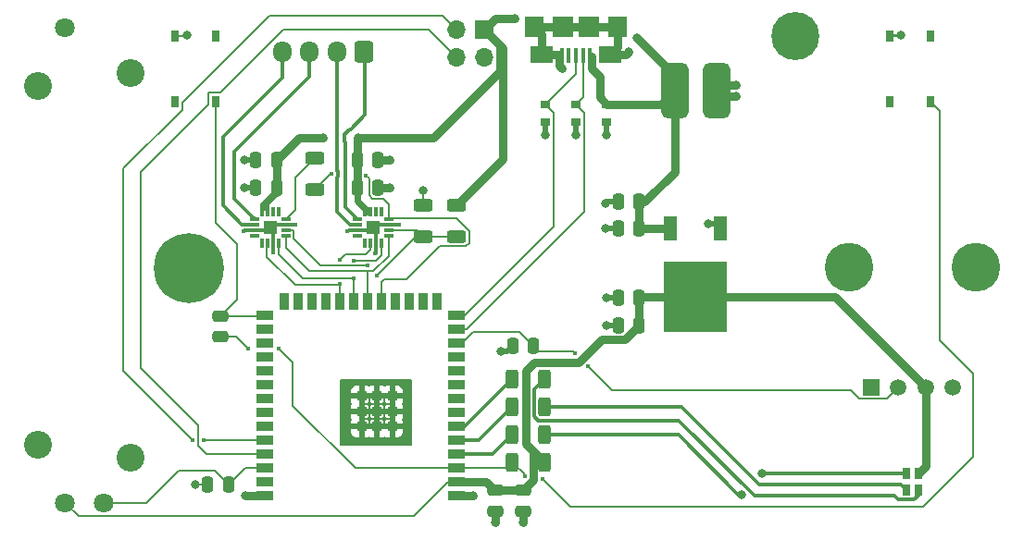
<source format=gtl>
G04 #@! TF.GenerationSoftware,KiCad,Pcbnew,(6.0.9)*
G04 #@! TF.CreationDate,2023-01-08T15:26:06-05:00*
G04 #@! TF.ProjectId,v1-USMX,76312d55-534d-4582-9e6b-696361645f70,rev?*
G04 #@! TF.SameCoordinates,Original*
G04 #@! TF.FileFunction,Copper,L1,Top*
G04 #@! TF.FilePolarity,Positive*
%FSLAX46Y46*%
G04 Gerber Fmt 4.6, Leading zero omitted, Abs format (unit mm)*
G04 Created by KiCad (PCBNEW (6.0.9)) date 2023-01-08 15:26:06*
%MOMM*%
%LPD*%
G01*
G04 APERTURE LIST*
G04 Aperture macros list*
%AMRoundRect*
0 Rectangle with rounded corners*
0 $1 Rounding radius*
0 $2 $3 $4 $5 $6 $7 $8 $9 X,Y pos of 4 corners*
0 Add a 4 corners polygon primitive as box body*
4,1,4,$2,$3,$4,$5,$6,$7,$8,$9,$2,$3,0*
0 Add four circle primitives for the rounded corners*
1,1,$1+$1,$2,$3*
1,1,$1+$1,$4,$5*
1,1,$1+$1,$6,$7*
1,1,$1+$1,$8,$9*
0 Add four rect primitives between the rounded corners*
20,1,$1+$1,$2,$3,$4,$5,0*
20,1,$1+$1,$4,$5,$6,$7,0*
20,1,$1+$1,$6,$7,$8,$9,0*
20,1,$1+$1,$8,$9,$2,$3,0*%
G04 Aperture macros list end*
G04 #@! TA.AperFunction,SMDPad,CuDef*
%ADD10RoundRect,0.250000X0.250000X0.475000X-0.250000X0.475000X-0.250000X-0.475000X0.250000X-0.475000X0*%
G04 #@! TD*
G04 #@! TA.AperFunction,SMDPad,CuDef*
%ADD11RoundRect,0.250000X-0.625000X0.312500X-0.625000X-0.312500X0.625000X-0.312500X0.625000X0.312500X0*%
G04 #@! TD*
G04 #@! TA.AperFunction,SMDPad,CuDef*
%ADD12R,0.400000X1.350000*%
G04 #@! TD*
G04 #@! TA.AperFunction,SMDPad,CuDef*
%ADD13R,2.100000X1.600000*%
G04 #@! TD*
G04 #@! TA.AperFunction,SMDPad,CuDef*
%ADD14R,1.800000X1.900000*%
G04 #@! TD*
G04 #@! TA.AperFunction,SMDPad,CuDef*
%ADD15R,1.900000X1.900000*%
G04 #@! TD*
G04 #@! TA.AperFunction,SMDPad,CuDef*
%ADD16R,0.850000X0.300000*%
G04 #@! TD*
G04 #@! TA.AperFunction,SMDPad,CuDef*
%ADD17R,0.300000X0.850000*%
G04 #@! TD*
G04 #@! TA.AperFunction,SMDPad,CuDef*
%ADD18R,1.250000X1.250000*%
G04 #@! TD*
G04 #@! TA.AperFunction,SMDPad,CuDef*
%ADD19R,1.500000X0.900000*%
G04 #@! TD*
G04 #@! TA.AperFunction,SMDPad,CuDef*
%ADD20R,0.900000X1.500000*%
G04 #@! TD*
G04 #@! TA.AperFunction,SMDPad,CuDef*
%ADD21R,0.900000X0.900000*%
G04 #@! TD*
G04 #@! TA.AperFunction,SMDPad,CuDef*
%ADD22RoundRect,0.250000X0.475000X-0.250000X0.475000X0.250000X-0.475000X0.250000X-0.475000X-0.250000X0*%
G04 #@! TD*
G04 #@! TA.AperFunction,ComponentPad*
%ADD23C,1.800000*%
G04 #@! TD*
G04 #@! TA.AperFunction,ComponentPad*
%ADD24C,2.550000*%
G04 #@! TD*
G04 #@! TA.AperFunction,SMDPad,CuDef*
%ADD25RoundRect,0.635000X0.635000X-1.905000X0.635000X1.905000X-0.635000X1.905000X-0.635000X-1.905000X0*%
G04 #@! TD*
G04 #@! TA.AperFunction,SMDPad,CuDef*
%ADD26RoundRect,0.250000X-0.250000X-0.475000X0.250000X-0.475000X0.250000X0.475000X-0.250000X0.475000X0*%
G04 #@! TD*
G04 #@! TA.AperFunction,SMDPad,CuDef*
%ADD27R,0.700000X1.000000*%
G04 #@! TD*
G04 #@! TA.AperFunction,ComponentPad*
%ADD28C,4.400000*%
G04 #@! TD*
G04 #@! TA.AperFunction,SMDPad,CuDef*
%ADD29RoundRect,0.250000X0.312500X0.625000X-0.312500X0.625000X-0.312500X-0.625000X0.312500X-0.625000X0*%
G04 #@! TD*
G04 #@! TA.AperFunction,SMDPad,CuDef*
%ADD30R,0.950000X0.800000*%
G04 #@! TD*
G04 #@! TA.AperFunction,ComponentPad*
%ADD31R,1.500000X1.500000*%
G04 #@! TD*
G04 #@! TA.AperFunction,ComponentPad*
%ADD32C,1.500000*%
G04 #@! TD*
G04 #@! TA.AperFunction,ComponentPad*
%ADD33C,4.455000*%
G04 #@! TD*
G04 #@! TA.AperFunction,SMDPad,CuDef*
%ADD34RoundRect,0.250000X-0.312500X-0.625000X0.312500X-0.625000X0.312500X0.625000X-0.312500X0.625000X0*%
G04 #@! TD*
G04 #@! TA.AperFunction,SMDPad,CuDef*
%ADD35RoundRect,0.250000X-0.475000X0.250000X-0.475000X-0.250000X0.475000X-0.250000X0.475000X0.250000X0*%
G04 #@! TD*
G04 #@! TA.AperFunction,SMDPad,CuDef*
%ADD36R,1.200000X2.200000*%
G04 #@! TD*
G04 #@! TA.AperFunction,SMDPad,CuDef*
%ADD37R,5.800000X6.400000*%
G04 #@! TD*
G04 #@! TA.AperFunction,ComponentPad*
%ADD38R,1.700000X1.700000*%
G04 #@! TD*
G04 #@! TA.AperFunction,ComponentPad*
%ADD39O,1.700000X1.700000*%
G04 #@! TD*
G04 #@! TA.AperFunction,ComponentPad*
%ADD40RoundRect,0.250000X0.600000X0.725000X-0.600000X0.725000X-0.600000X-0.725000X0.600000X-0.725000X0*%
G04 #@! TD*
G04 #@! TA.AperFunction,ComponentPad*
%ADD41O,1.700000X1.950000*%
G04 #@! TD*
G04 #@! TA.AperFunction,ComponentPad*
%ADD42C,6.400000*%
G04 #@! TD*
G04 #@! TA.AperFunction,SMDPad,CuDef*
%ADD43R,0.800000X1.000000*%
G04 #@! TD*
G04 #@! TA.AperFunction,ViaPad*
%ADD44C,0.800000*%
G04 #@! TD*
G04 #@! TA.AperFunction,ViaPad*
%ADD45C,0.400000*%
G04 #@! TD*
G04 #@! TA.AperFunction,Conductor*
%ADD46C,0.250000*%
G04 #@! TD*
G04 #@! TA.AperFunction,Conductor*
%ADD47C,0.200000*%
G04 #@! TD*
G04 #@! TA.AperFunction,Conductor*
%ADD48C,0.800000*%
G04 #@! TD*
G04 #@! TA.AperFunction,Conductor*
%ADD49C,0.300000*%
G04 #@! TD*
G04 #@! TA.AperFunction,Conductor*
%ADD50C,0.600000*%
G04 #@! TD*
G04 #@! TA.AperFunction,Conductor*
%ADD51C,0.700000*%
G04 #@! TD*
G04 #@! TA.AperFunction,Conductor*
%ADD52C,0.500000*%
G04 #@! TD*
G04 APERTURE END LIST*
D10*
X155890000Y-100965000D03*
X153990000Y-100965000D03*
D11*
X126238000Y-94549500D03*
X126238000Y-97474500D03*
D12*
X151404000Y-85205600D03*
X150754000Y-85205600D03*
X150104000Y-85205600D03*
X149454000Y-85205600D03*
X148804000Y-85205600D03*
D13*
X153204000Y-85080600D03*
X147004000Y-85080600D03*
D14*
X153904000Y-82530600D03*
X146304000Y-82530600D03*
D15*
X151304000Y-82530600D03*
X148904000Y-82530600D03*
D16*
X133000000Y-101634000D03*
X133000000Y-101134000D03*
X133000000Y-100634000D03*
X133000000Y-100134000D03*
D17*
X132300000Y-99434000D03*
X131800000Y-99434000D03*
X131300000Y-99434000D03*
X130800000Y-99434000D03*
D16*
X130100000Y-100134000D03*
X130100000Y-100634000D03*
X130100000Y-101134000D03*
X130100000Y-101634000D03*
D17*
X130800000Y-102334000D03*
X131300000Y-102334000D03*
X131800000Y-102334000D03*
X132300000Y-102334000D03*
D18*
X131550000Y-100884000D03*
D19*
X139170000Y-125476000D03*
X139170000Y-124206000D03*
X139170000Y-122936000D03*
X139170000Y-121666000D03*
X139170000Y-120396000D03*
X139170000Y-119126000D03*
X139170000Y-117856000D03*
X139170000Y-116586000D03*
X139170000Y-115316000D03*
X139170000Y-114046000D03*
X139170000Y-112776000D03*
X139170000Y-111506000D03*
X139170000Y-110236000D03*
X139170000Y-108966000D03*
D20*
X137405000Y-107716000D03*
X136135000Y-107716000D03*
X134865000Y-107716000D03*
X133595000Y-107716000D03*
X132325000Y-107716000D03*
X131055000Y-107716000D03*
X129785000Y-107716000D03*
X128515000Y-107716000D03*
X127245000Y-107716000D03*
X125975000Y-107716000D03*
X124705000Y-107716000D03*
X123435000Y-107716000D03*
D19*
X121670000Y-108966000D03*
X121670000Y-110236000D03*
X121670000Y-111506000D03*
X121670000Y-112776000D03*
X121670000Y-114046000D03*
X121670000Y-115316000D03*
X121670000Y-116586000D03*
X121670000Y-117856000D03*
X121670000Y-119126000D03*
X121670000Y-120396000D03*
X121670000Y-121666000D03*
X121670000Y-122936000D03*
X121670000Y-124206000D03*
X121670000Y-125476000D03*
D21*
X131920000Y-117756000D03*
X133320000Y-116356000D03*
X130520000Y-119156000D03*
X130520000Y-116356000D03*
X130520000Y-117756000D03*
X133320000Y-119156000D03*
X131920000Y-116356000D03*
X131920000Y-119156000D03*
X133320000Y-117756000D03*
D22*
X117602000Y-110932000D03*
X117602000Y-109032000D03*
D10*
X155890000Y-109855000D03*
X153990000Y-109855000D03*
D11*
X136122000Y-98847500D03*
X136122000Y-101772500D03*
D23*
X103406000Y-126123000D03*
X106906000Y-126123000D03*
X103406000Y-82623000D03*
D24*
X100956000Y-120773000D03*
X100956000Y-87973000D03*
X109356000Y-121973000D03*
X109356000Y-86773000D03*
D25*
X159131000Y-88392000D03*
X162941000Y-88392000D03*
D10*
X155890000Y-107315000D03*
X153990000Y-107315000D03*
D11*
X139170000Y-98847500D03*
X139170000Y-101772500D03*
D26*
X130092000Y-97262000D03*
X131992000Y-97262000D03*
D27*
X113466000Y-89360000D03*
X113466000Y-83360000D03*
X117166000Y-89360000D03*
X117166000Y-83360000D03*
D10*
X118342000Y-124460000D03*
X116442000Y-124460000D03*
X122757000Y-94722000D03*
X120857000Y-94722000D03*
D28*
X170180000Y-83413600D03*
D27*
X178825000Y-89375000D03*
X178825000Y-83375000D03*
X182525000Y-89375000D03*
X182525000Y-83375000D03*
D16*
X123606000Y-101634000D03*
X123606000Y-101134000D03*
X123606000Y-100634000D03*
X123606000Y-100134000D03*
D17*
X122906000Y-99434000D03*
X122406000Y-99434000D03*
X121906000Y-99434000D03*
X121406000Y-99434000D03*
D16*
X120706000Y-100134000D03*
X120706000Y-100634000D03*
X120706000Y-101134000D03*
X120706000Y-101634000D03*
D17*
X121406000Y-102334000D03*
X121906000Y-102334000D03*
X122406000Y-102334000D03*
X122906000Y-102334000D03*
D18*
X122156000Y-100884000D03*
D29*
X147236500Y-122428000D03*
X144311500Y-122428000D03*
D30*
X147320000Y-89624000D03*
X147320000Y-91224000D03*
D10*
X122757000Y-97262000D03*
X120857000Y-97262000D03*
D31*
X177098000Y-115563000D03*
D32*
X179598000Y-115563000D03*
X182098000Y-115563000D03*
X184598000Y-115563000D03*
D33*
X175048000Y-104563000D03*
X186648000Y-104563000D03*
D34*
X144311500Y-117348000D03*
X147236500Y-117348000D03*
D35*
X145266000Y-124968000D03*
X145266000Y-126868000D03*
D36*
X163316000Y-100956000D03*
D37*
X161036000Y-107256000D03*
D36*
X158756000Y-100956000D03*
D38*
X141732000Y-82804000D03*
D39*
X141732000Y-85344000D03*
X139192000Y-82804000D03*
X139192000Y-85344000D03*
D30*
X152908000Y-89624000D03*
X152908000Y-91224000D03*
D26*
X130092000Y-94722000D03*
X131992000Y-94722000D03*
D10*
X146238000Y-111760000D03*
X144338000Y-111760000D03*
D40*
X130750000Y-84853000D03*
D41*
X128250000Y-84853000D03*
X125750000Y-84853000D03*
X123250000Y-84853000D03*
D42*
X114724720Y-104648000D03*
D35*
X142726000Y-124968000D03*
X142726000Y-126868000D03*
D34*
X144311500Y-114808000D03*
X147236500Y-114808000D03*
D10*
X155890000Y-98552000D03*
X153990000Y-98552000D03*
D30*
X150104000Y-89624000D03*
X150104000Y-91224000D03*
D34*
X144311500Y-119888000D03*
X147236500Y-119888000D03*
D43*
X181398000Y-123456000D03*
X181398000Y-124956000D03*
X180298000Y-124956000D03*
X180298000Y-123456000D03*
D44*
X144526000Y-81788000D03*
X127011000Y-92699000D03*
X155702000Y-83566000D03*
X130186000Y-92699000D03*
X150104000Y-92456000D03*
D45*
X131219800Y-117068600D03*
D44*
X142726000Y-127950000D03*
X119866000Y-125476000D03*
D45*
X131550000Y-100884000D03*
D44*
X143256000Y-112268000D03*
X114554000Y-83312000D03*
X119841000Y-97262000D03*
X147320000Y-92456000D03*
X119841000Y-94722000D03*
D45*
X132616800Y-117068600D03*
X122428000Y-103174800D03*
X122156000Y-100884000D03*
D44*
X140694000Y-125476000D03*
X152781000Y-98679000D03*
D45*
X124460000Y-100634800D03*
D44*
X162184000Y-100584000D03*
X164719000Y-87884000D03*
D45*
X133302600Y-117068600D03*
X130508600Y-118440200D03*
X131752200Y-103304200D03*
X131931000Y-118440200D03*
D44*
X133074000Y-94722000D03*
X136144000Y-97536000D03*
X152908000Y-92456000D03*
D45*
X131219800Y-119151400D03*
D44*
X133074000Y-97262000D03*
X164719000Y-88900000D03*
D45*
X132616800Y-116357400D03*
X132616800Y-118440200D03*
X131219800Y-118440200D03*
D44*
X152781000Y-100965000D03*
D45*
X119684800Y-101244400D03*
X133908800Y-100634800D03*
X129222700Y-101282700D03*
D44*
X115316000Y-124460000D03*
X148844000Y-86360000D03*
D45*
X131905600Y-117068600D03*
X133328000Y-118440200D03*
X132616800Y-117754400D03*
X131219800Y-116357400D03*
D44*
X145266000Y-127950000D03*
D45*
X130508600Y-117068600D03*
D44*
X179832000Y-83312000D03*
D45*
X131219800Y-117754400D03*
D44*
X154940000Y-84836000D03*
X152908000Y-109855000D03*
D45*
X132616800Y-119151400D03*
D44*
X152908000Y-107315000D03*
D45*
X120142000Y-112014000D03*
X147044000Y-123952000D03*
X145414918Y-123688418D03*
X122936000Y-112014000D03*
X131064000Y-104418002D03*
X131945505Y-105288808D03*
X127720500Y-96012000D03*
X130902750Y-96173250D03*
X128524000Y-103886000D03*
X128515000Y-106053008D03*
X129785000Y-103918502D03*
X129785000Y-105544508D03*
X116069500Y-120396000D03*
X115070500Y-120396000D03*
D44*
X165232470Y-125343530D03*
X167132000Y-123444000D03*
D45*
X150058906Y-112450094D03*
X151187132Y-113583903D03*
D46*
X178888000Y-83312000D02*
X178825000Y-83375000D01*
X179832000Y-83312000D02*
X178888000Y-83312000D01*
D47*
X183388000Y-90238000D02*
X182525000Y-89375000D01*
X186436000Y-114300000D02*
X183388000Y-111252000D01*
X181864000Y-126492000D02*
X186436000Y-121920000D01*
X149584000Y-126492000D02*
X181864000Y-126492000D01*
X186436000Y-121920000D02*
X186436000Y-114300000D01*
X183388000Y-111252000D02*
X183388000Y-90238000D01*
X147044000Y-123952000D02*
X149584000Y-126492000D01*
X116332000Y-121666000D02*
X121670000Y-121666000D01*
X115570000Y-120904000D02*
X116332000Y-121666000D01*
X116516000Y-89684000D02*
X110350000Y-95850000D01*
X116516000Y-88560000D02*
X116516000Y-89684000D01*
X117640000Y-88560000D02*
X116516000Y-88560000D01*
X110350000Y-95850000D02*
X110350000Y-113775000D01*
X115570000Y-118995000D02*
X115570000Y-120904000D01*
X110350000Y-113775000D02*
X115570000Y-118995000D01*
X123396000Y-82804000D02*
X117640000Y-88560000D01*
X136652000Y-82804000D02*
X123396000Y-82804000D01*
X139192000Y-85344000D02*
X136652000Y-82804000D01*
X119150000Y-102475000D02*
X119150000Y-107484000D01*
X117166000Y-100491000D02*
X119150000Y-102475000D01*
X119150000Y-107484000D02*
X117602000Y-109032000D01*
X117166000Y-89360000D02*
X117166000Y-100491000D01*
X137922000Y-81534000D02*
X139192000Y-82804000D01*
X114116000Y-89465000D02*
X122047000Y-81534000D01*
X108750000Y-114075500D02*
X108750000Y-95526000D01*
X108750000Y-95526000D02*
X114116000Y-90160000D01*
X114116000Y-90160000D02*
X114116000Y-89465000D01*
X122047000Y-81534000D02*
X137922000Y-81534000D01*
X115070500Y-120396000D02*
X108750000Y-114075500D01*
D48*
X143383000Y-94634500D02*
X139170000Y-98847500D01*
X151554000Y-86317000D02*
X151554000Y-85979000D01*
X124780000Y-92699000D02*
X122757000Y-94722000D01*
X159131000Y-88392000D02*
X157899000Y-89624000D01*
D49*
X121406000Y-99193000D02*
X121406000Y-99434000D01*
D48*
X130186000Y-92699000D02*
X137044000Y-92699000D01*
X130092000Y-97262000D02*
X130092000Y-97602000D01*
D50*
X131064000Y-99434000D02*
X130092000Y-98462000D01*
D48*
X159131000Y-95819000D02*
X159131000Y-88392000D01*
D50*
X131064000Y-99434000D02*
X131173200Y-99434000D01*
D49*
X121906000Y-99434000D02*
X121906000Y-98560000D01*
D51*
X121539000Y-98911000D02*
X121539000Y-99060000D01*
D48*
X159131000Y-86995000D02*
X159131000Y-88392000D01*
X143182000Y-84254000D02*
X143032000Y-84104000D01*
X127011000Y-92699000D02*
X124780000Y-92699000D01*
X151511000Y-86360000D02*
X151554000Y-86317000D01*
X155890000Y-100965000D02*
X157099000Y-100965000D01*
X141732000Y-82804000D02*
X143032000Y-84104000D01*
D51*
X122757000Y-97693000D02*
X121539000Y-98911000D01*
D48*
X152273000Y-88989000D02*
X152273000Y-87122000D01*
X143182000Y-86561000D02*
X143182000Y-84254000D01*
X155702000Y-83566000D02*
X159131000Y-86995000D01*
X143383000Y-84455000D02*
X143383000Y-94634500D01*
X156398000Y-98552000D02*
X159131000Y-95819000D01*
D49*
X121539000Y-99060000D02*
X121406000Y-99193000D01*
D48*
X143032000Y-84104000D02*
X143383000Y-84455000D01*
X157899000Y-89624000D02*
X152908000Y-89624000D01*
X152908000Y-89624000D02*
X152273000Y-88989000D01*
X122757000Y-97262000D02*
X122757000Y-97693000D01*
X157108000Y-100956000D02*
X158756000Y-100956000D01*
X122757000Y-94722000D02*
X122757000Y-97262000D01*
X130092000Y-94722000D02*
X130092000Y-97262000D01*
X142748000Y-81788000D02*
X141732000Y-82804000D01*
X130186000Y-92699000D02*
X130092000Y-92793000D01*
X152273000Y-87122000D02*
X151511000Y-86360000D01*
X137044000Y-92699000D02*
X143182000Y-86561000D01*
X144526000Y-81788000D02*
X142748000Y-81788000D01*
X155890000Y-98552000D02*
X155890000Y-100965000D01*
X157099000Y-100965000D02*
X157108000Y-100956000D01*
X130092000Y-92793000D02*
X130092000Y-94722000D01*
X155890000Y-98552000D02*
X156398000Y-98552000D01*
D50*
X130092000Y-98462000D02*
X130092000Y-97602000D01*
D48*
X151554000Y-85979000D02*
X151554000Y-85217000D01*
D47*
X131219800Y-118440200D02*
X130508600Y-118440200D01*
D48*
X145266000Y-126868000D02*
X145266000Y-127950000D01*
D49*
X129222700Y-101282700D02*
X129371400Y-101134000D01*
D52*
X147320000Y-91224000D02*
X147320000Y-92456000D01*
D49*
X131800000Y-103256400D02*
X131800000Y-102334000D01*
X121906000Y-101134000D02*
X122156000Y-100884000D01*
D48*
X148590000Y-86106000D02*
X148590000Y-85598000D01*
D49*
X129371400Y-101134000D02*
X130100000Y-101134000D01*
D47*
X133328000Y-118440200D02*
X132616800Y-118440200D01*
X136122000Y-97558000D02*
X136144000Y-97536000D01*
D49*
X122406000Y-101134000D02*
X122156000Y-100884000D01*
D52*
X152908000Y-91224000D02*
X152908000Y-92456000D01*
D47*
X133302600Y-117068600D02*
X132616800Y-117068600D01*
D52*
X119841000Y-94722000D02*
X120857000Y-94722000D01*
D49*
X133000800Y-100634800D02*
X133000000Y-100634000D01*
D47*
X132616800Y-117068600D02*
X132616800Y-116357400D01*
X115316000Y-124460000D02*
X116442000Y-124460000D01*
X132616800Y-118440200D02*
X132616800Y-117754400D01*
D49*
X123606800Y-100634800D02*
X123606000Y-100634000D01*
D48*
X153904000Y-82530600D02*
X153904000Y-84380600D01*
X148904000Y-82530600D02*
X151304000Y-82530600D01*
D49*
X122406000Y-102334000D02*
X122406000Y-101134000D01*
D47*
X114506000Y-83360000D02*
X114554000Y-83312000D01*
D52*
X150104000Y-91224000D02*
X150104000Y-92456000D01*
D49*
X133908800Y-100634800D02*
X133000800Y-100634800D01*
D48*
X147004000Y-85080600D02*
X147004000Y-83230600D01*
D47*
X131219800Y-117754400D02*
X131219800Y-117068600D01*
D49*
X122428000Y-103174800D02*
X122428000Y-102356000D01*
D48*
X151304000Y-82530600D02*
X153904000Y-82530600D01*
D47*
X132616800Y-117754400D02*
X132616800Y-117068600D01*
D49*
X122428000Y-102356000D02*
X122406000Y-102334000D01*
D52*
X162184000Y-100584000D02*
X162944000Y-100584000D01*
D47*
X131219800Y-118440200D02*
X131219800Y-117754400D01*
D48*
X148590000Y-85090000D02*
X147013400Y-85090000D01*
X163449000Y-88900000D02*
X162941000Y-88392000D01*
D49*
X124460000Y-100634800D02*
X123606800Y-100634800D01*
D48*
X163449000Y-87884000D02*
X162941000Y-88392000D01*
D52*
X152908000Y-107315000D02*
X153990000Y-107315000D01*
D47*
X131219800Y-119151400D02*
X131219800Y-118440200D01*
D52*
X152781000Y-100965000D02*
X153990000Y-100965000D01*
D49*
X120706000Y-101134000D02*
X121906000Y-101134000D01*
X130100000Y-101134000D02*
X131300000Y-101134000D01*
D48*
X154695400Y-85080600D02*
X153204000Y-85080600D01*
X131992000Y-94722000D02*
X133074000Y-94722000D01*
D49*
X123606000Y-100634000D02*
X122406000Y-100634000D01*
D48*
X121670000Y-125476000D02*
X119866000Y-125476000D01*
D49*
X131300000Y-101134000D02*
X131550000Y-100884000D01*
D47*
X131219800Y-117068600D02*
X131219800Y-116357400D01*
D48*
X142726000Y-126868000D02*
X142726000Y-127950000D01*
D52*
X119841000Y-97262000D02*
X120857000Y-97262000D01*
D47*
X131905600Y-117068600D02*
X131219800Y-117068600D01*
X132616800Y-119151400D02*
X132616800Y-118440200D01*
D48*
X147013400Y-85090000D02*
X147004000Y-85080600D01*
X139170000Y-125476000D02*
X140694000Y-125476000D01*
X148844000Y-86360000D02*
X148590000Y-86106000D01*
D47*
X132616800Y-117068600D02*
X131905600Y-117068600D01*
D49*
X131800000Y-102334000D02*
X131800000Y-101134000D01*
D47*
X136122000Y-98847500D02*
X136122000Y-97558000D01*
D48*
X164719000Y-88900000D02*
X163449000Y-88900000D01*
D47*
X131219800Y-117068600D02*
X130508600Y-117068600D01*
D52*
X143256000Y-112268000D02*
X143830000Y-112268000D01*
D47*
X132616800Y-118440200D02*
X131931000Y-118440200D01*
D48*
X164719000Y-87884000D02*
X163449000Y-87884000D01*
D49*
X119795200Y-101134000D02*
X119684800Y-101244400D01*
D47*
X131931000Y-118440200D02*
X131219800Y-118440200D01*
D48*
X146304000Y-82530600D02*
X148904000Y-82530600D01*
D52*
X143830000Y-112268000D02*
X144338000Y-111760000D01*
D49*
X131800000Y-100634000D02*
X131550000Y-100884000D01*
D48*
X147004000Y-83230600D02*
X146304000Y-82530600D01*
D52*
X152781000Y-98679000D02*
X152908000Y-98552000D01*
D48*
X154940000Y-84836000D02*
X154695400Y-85080600D01*
X131992000Y-97262000D02*
X133074000Y-97262000D01*
D49*
X133000000Y-100634000D02*
X131800000Y-100634000D01*
D48*
X153904000Y-84380600D02*
X153204000Y-85080600D01*
D52*
X152908000Y-98552000D02*
X153990000Y-98552000D01*
D49*
X120706000Y-101134000D02*
X119795200Y-101134000D01*
X131752200Y-103304200D02*
X131800000Y-103256400D01*
X122406000Y-100634000D02*
X122156000Y-100884000D01*
D47*
X113466000Y-83360000D02*
X114506000Y-83360000D01*
D49*
X131800000Y-101134000D02*
X131550000Y-100884000D01*
D52*
X152908000Y-109855000D02*
X153990000Y-109855000D01*
D47*
X104648000Y-127323000D02*
X135313000Y-127323000D01*
X135313000Y-127323000D02*
X138430000Y-124206000D01*
X104606000Y-127323000D02*
X104648000Y-127323000D01*
X103406000Y-126123000D02*
X104606000Y-127323000D01*
D48*
X182098000Y-115563000D02*
X182098000Y-122756000D01*
X141898000Y-124206000D02*
X142726000Y-124968000D01*
X139170000Y-124206000D02*
X141898000Y-124206000D01*
D47*
X138430000Y-124206000D02*
X139170000Y-124206000D01*
D48*
X152460371Y-111180000D02*
X150390277Y-113250094D01*
X161036000Y-107256000D02*
X173791000Y-107256000D01*
X150390277Y-113250094D02*
X146315906Y-113250094D01*
X155890000Y-109855000D02*
X155890000Y-109882082D01*
X146224000Y-121415500D02*
X147236500Y-122428000D01*
X155890000Y-109882082D02*
X154592082Y-111180000D01*
X146315906Y-113250094D02*
X145520000Y-114046000D01*
X146224000Y-121415500D02*
X146224000Y-124010000D01*
X155890000Y-107315000D02*
X155890000Y-109855000D01*
X154592082Y-111180000D02*
X152460371Y-111180000D01*
X142726000Y-124968000D02*
X145266000Y-124968000D01*
X155949000Y-107256000D02*
X155890000Y-107315000D01*
X173791000Y-107256000D02*
X182098000Y-115563000D01*
X146224000Y-124010000D02*
X145266000Y-124968000D01*
X145520000Y-120711500D02*
X146224000Y-121415500D01*
X182098000Y-122756000D02*
X181398000Y-123456000D01*
X161036000Y-107256000D02*
X155949000Y-107256000D01*
X145520000Y-114046000D02*
X145520000Y-120711500D01*
D47*
X119060000Y-110932000D02*
X117602000Y-110932000D01*
X145414918Y-123531418D02*
X144311500Y-122428000D01*
X124206000Y-117221000D02*
X129921000Y-122936000D01*
X143803500Y-122936000D02*
X144311500Y-122428000D01*
X145414918Y-123688418D02*
X145414918Y-123531418D01*
X120142000Y-112014000D02*
X119060000Y-110932000D01*
X122936000Y-112014000D02*
X124206000Y-113284000D01*
X124206000Y-113284000D02*
X124206000Y-117221000D01*
X143234000Y-122936000D02*
X143803500Y-122936000D01*
X139170000Y-122936000D02*
X143234000Y-122936000D01*
X129921000Y-122936000D02*
X139170000Y-122936000D01*
X117602000Y-109032000D02*
X121604000Y-109032000D01*
X121604000Y-109032000D02*
X121670000Y-108966000D01*
X140120000Y-110236000D02*
X150876000Y-99480000D01*
X150876000Y-99480000D02*
X150876000Y-93911000D01*
X150879000Y-90399000D02*
X150104000Y-89624000D01*
X150879000Y-93911000D02*
X150879000Y-90399000D01*
X150754000Y-85205600D02*
X150754000Y-88974000D01*
X150754000Y-88974000D02*
X150104000Y-89624000D01*
X139170000Y-110236000D02*
X140120000Y-110236000D01*
X148082000Y-91937000D02*
X148095000Y-91924000D01*
X139954000Y-108966000D02*
X148082000Y-100838000D01*
X150104000Y-85205600D02*
X150104000Y-86840000D01*
X148095000Y-91924000D02*
X148095000Y-90399000D01*
X139170000Y-108966000D02*
X139954000Y-108966000D01*
X150104000Y-86840000D02*
X147320000Y-89624000D01*
X148095000Y-90399000D02*
X147320000Y-89624000D01*
X148082000Y-100838000D02*
X148082000Y-91937000D01*
X123606000Y-102778000D02*
X123606000Y-101634000D01*
X131055000Y-107716000D02*
X131055000Y-104917502D01*
X131055000Y-104917502D02*
X125745502Y-104917502D01*
X133000000Y-103528893D02*
X133000000Y-101634000D01*
X131055000Y-104917502D02*
X131611391Y-104917502D01*
X125745502Y-104917502D02*
X123606000Y-102778000D01*
X131611391Y-104917502D02*
X133000000Y-103528893D01*
X133000000Y-101134000D02*
X133059600Y-101193600D01*
X126770002Y-104418002D02*
X124307800Y-101955800D01*
X124234600Y-101134000D02*
X123606000Y-101134000D01*
X131945505Y-105288808D02*
X135461813Y-101772500D01*
X133059600Y-101193600D02*
X135543100Y-101193600D01*
X131064000Y-104418002D02*
X126770002Y-104418002D01*
X124307800Y-101207200D02*
X124234600Y-101134000D01*
X135461813Y-101772500D02*
X136122000Y-101772500D01*
X135543100Y-101193600D02*
X136122000Y-101772500D01*
X124307800Y-101955800D02*
X124307800Y-101207200D01*
X136122000Y-101772500D02*
X139170000Y-101772500D01*
X133000000Y-98817183D02*
X133000000Y-100134000D01*
X140345000Y-101232183D02*
X140345000Y-102312817D01*
X131514183Y-98287000D02*
X132469817Y-98287000D01*
X127700500Y-96012000D02*
X126238000Y-97474500D01*
X137627000Y-102635000D02*
X134598000Y-105664000D01*
X132469817Y-98287000D02*
X133000000Y-98817183D01*
X134598000Y-105664000D02*
X132566000Y-105664000D01*
X139188817Y-100076000D02*
X140345000Y-101232183D01*
X131192000Y-96462500D02*
X131192000Y-97964817D01*
X133058000Y-100076000D02*
X139188817Y-100076000D01*
X130902750Y-96173250D02*
X131192000Y-96462500D01*
X133000000Y-100134000D02*
X133058000Y-100076000D01*
X127720500Y-96012000D02*
X127700500Y-96012000D01*
X132325000Y-105905000D02*
X132325000Y-107716000D01*
X140345000Y-102312817D02*
X140022817Y-102635000D01*
X132566000Y-105664000D02*
X132325000Y-105905000D01*
X140022817Y-102635000D02*
X137627000Y-102635000D01*
X131192000Y-97964817D02*
X131514183Y-98287000D01*
D49*
X129009500Y-93080371D02*
X128959500Y-93030371D01*
X129667000Y-99701000D02*
X129667000Y-99695000D01*
X129009500Y-99037500D02*
X129009500Y-93080371D01*
X128959500Y-92367629D02*
X129428129Y-91899000D01*
X130100000Y-100134000D02*
X129667000Y-99701000D01*
X129667000Y-99695000D02*
X129009500Y-99037500D01*
X129428129Y-91899000D02*
X129498839Y-91899000D01*
X128959500Y-93030371D02*
X128959500Y-92367629D01*
X129498839Y-91899000D02*
X130810000Y-90587839D01*
X130810000Y-90587839D02*
X130810000Y-84913000D01*
X130810000Y-84913000D02*
X130750000Y-84853000D01*
X129286000Y-100457000D02*
X128270000Y-99441000D01*
X128270000Y-84873000D02*
X128250000Y-84853000D01*
X128270000Y-95712971D02*
X128270000Y-84873000D01*
X128270000Y-99441000D02*
X128270000Y-96311029D01*
X130100000Y-100634000D02*
X129463000Y-100634000D01*
X128320500Y-96260529D02*
X128320500Y-95763471D01*
X129463000Y-100634000D02*
X129286000Y-100457000D01*
X128270000Y-96311029D02*
X128320500Y-96260529D01*
X128320500Y-95763471D02*
X128270000Y-95712971D01*
D47*
X128515000Y-106053008D02*
X128515000Y-107716000D01*
X124438000Y-106172000D02*
X121869200Y-103603200D01*
X130884600Y-103378000D02*
X131300000Y-102962600D01*
X121869200Y-103603200D02*
X121869200Y-102370800D01*
X128515000Y-106053008D02*
X128396008Y-106172000D01*
X129032000Y-103378000D02*
X130884600Y-103378000D01*
X121869200Y-102370800D02*
X121906000Y-102334000D01*
X128396008Y-106172000D02*
X124438000Y-106172000D01*
X128524000Y-103886000D02*
X129032000Y-103378000D01*
X131300000Y-102962600D02*
X131300000Y-102334000D01*
X129785000Y-105544508D02*
X125102508Y-105544508D01*
X122936000Y-102364000D02*
X122906000Y-102334000D01*
X122936000Y-103378000D02*
X122936000Y-102364000D01*
X129785000Y-103918502D02*
X131845005Y-103918502D01*
X132300000Y-103463507D02*
X132300000Y-102334000D01*
X125102508Y-105544508D02*
X122936000Y-103378000D01*
X129785000Y-105544508D02*
X129785000Y-107186000D01*
X129785000Y-107186000D02*
X129785000Y-107716000D01*
X131845005Y-103918502D02*
X132300000Y-103463507D01*
X124438000Y-96349500D02*
X126238000Y-94549500D01*
X123606000Y-100134000D02*
X124438000Y-99302000D01*
X124438000Y-99302000D02*
X124438000Y-96349500D01*
D49*
X118850000Y-94002000D02*
X118850000Y-98276000D01*
X118850000Y-98276000D02*
X120608000Y-100034000D01*
X120608000Y-100034000D02*
X120706000Y-100034000D01*
X125750000Y-87102000D02*
X118850000Y-94002000D01*
X125750000Y-84853000D02*
X125750000Y-87102000D01*
X117834000Y-98884800D02*
X119583200Y-100634000D01*
X123250000Y-87189000D02*
X117834000Y-92605000D01*
X119583200Y-100634000D02*
X120706000Y-100634000D01*
X117834000Y-92605000D02*
X117834000Y-98884800D01*
X123250000Y-84853000D02*
X123250000Y-87189000D01*
D47*
X116069500Y-120396000D02*
X121670000Y-120396000D01*
D49*
X181398000Y-125434000D02*
X181398000Y-124956000D01*
X146324000Y-118221528D02*
X146675472Y-118573000D01*
X179218000Y-125476000D02*
X179548000Y-125806000D01*
X146675472Y-118573000D02*
X159512000Y-118573000D01*
X166424894Y-125476000D02*
X179218000Y-125476000D01*
X146324000Y-115720500D02*
X146324000Y-118221528D01*
X147236500Y-114808000D02*
X146324000Y-115720500D01*
X179548000Y-125806000D02*
X181026000Y-125806000D01*
X181026000Y-125806000D02*
X181398000Y-125434000D01*
X159521894Y-118573000D02*
X166424894Y-125476000D01*
X179802000Y-124460000D02*
X180298000Y-124956000D01*
X159766000Y-117348000D02*
X166878000Y-124460000D01*
X147236500Y-117348000D02*
X159766000Y-117348000D01*
X166878000Y-124460000D02*
X179802000Y-124460000D01*
X180286000Y-123444000D02*
X180298000Y-123456000D01*
X165232470Y-125343530D02*
X164967530Y-125343530D01*
X167132000Y-123444000D02*
X180286000Y-123444000D01*
X159512000Y-119888000D02*
X147236500Y-119888000D01*
X164967530Y-125343530D02*
X159512000Y-119888000D01*
D47*
X139170000Y-119126000D02*
X139993500Y-119126000D01*
D49*
X139993500Y-119126000D02*
X144311500Y-114808000D01*
X141263500Y-120396000D02*
X144311500Y-117348000D01*
X139170000Y-120396000D02*
X141263500Y-120396000D01*
X139170000Y-121666000D02*
X142533500Y-121666000D01*
X142533500Y-121666000D02*
X144311500Y-119888000D01*
D47*
X110859000Y-126123000D02*
X106906000Y-126123000D01*
X118342000Y-124460000D02*
X117072000Y-123190000D01*
X113792000Y-123190000D02*
X110859000Y-126123000D01*
X117072000Y-123190000D02*
X113792000Y-123190000D01*
X119866000Y-122936000D02*
X118342000Y-124460000D01*
X121670000Y-122936000D02*
X119866000Y-122936000D01*
X178548000Y-116613000D02*
X179598000Y-115563000D01*
X150058906Y-112450094D02*
X149876812Y-112268000D01*
X176048000Y-116613000D02*
X178548000Y-116613000D01*
X153427229Y-115824000D02*
X175259000Y-115824000D01*
X175259000Y-115824000D02*
X176048000Y-116613000D01*
X149876812Y-112268000D02*
X146746000Y-112268000D01*
X144968000Y-110490000D02*
X140716000Y-110490000D01*
X151187132Y-113583903D02*
X153427229Y-115824000D01*
X140716000Y-110490000D02*
X139700000Y-111506000D01*
X146746000Y-112268000D02*
X146238000Y-111760000D01*
X146238000Y-111760000D02*
X144968000Y-110490000D01*
X139700000Y-111506000D02*
X139170000Y-111506000D01*
G04 #@! TA.AperFunction,Conductor*
G36*
X135048121Y-114828002D02*
G01*
X135094614Y-114881658D01*
X135106000Y-114934000D01*
X135106000Y-120778000D01*
X135085998Y-120846121D01*
X135032342Y-120892614D01*
X134980000Y-120904000D01*
X128628000Y-120904000D01*
X128559879Y-120883998D01*
X128513386Y-120830342D01*
X128502000Y-120778000D01*
X128502000Y-119650669D01*
X129562001Y-119650669D01*
X129562371Y-119657490D01*
X129567895Y-119708352D01*
X129571521Y-119723604D01*
X129616676Y-119844054D01*
X129625214Y-119859649D01*
X129701715Y-119961724D01*
X129714276Y-119974285D01*
X129816351Y-120050786D01*
X129831946Y-120059324D01*
X129952394Y-120104478D01*
X129967649Y-120108105D01*
X130018514Y-120113631D01*
X130025328Y-120114000D01*
X130247885Y-120114000D01*
X130263124Y-120109525D01*
X130264329Y-120108135D01*
X130266000Y-120100452D01*
X130266000Y-120095884D01*
X130774000Y-120095884D01*
X130778475Y-120111123D01*
X130779865Y-120112328D01*
X130787548Y-120113999D01*
X131014669Y-120113999D01*
X131021490Y-120113629D01*
X131072352Y-120108105D01*
X131087604Y-120104479D01*
X131175770Y-120071427D01*
X131246578Y-120066244D01*
X131264230Y-120071427D01*
X131352394Y-120104478D01*
X131367649Y-120108105D01*
X131418514Y-120113631D01*
X131425328Y-120114000D01*
X131647885Y-120114000D01*
X131663124Y-120109525D01*
X131664329Y-120108135D01*
X131666000Y-120100452D01*
X131666000Y-120095884D01*
X132174000Y-120095884D01*
X132178475Y-120111123D01*
X132179865Y-120112328D01*
X132187548Y-120113999D01*
X132414669Y-120113999D01*
X132421490Y-120113629D01*
X132472352Y-120108105D01*
X132487604Y-120104479D01*
X132575770Y-120071427D01*
X132646578Y-120066244D01*
X132664230Y-120071427D01*
X132752394Y-120104478D01*
X132767649Y-120108105D01*
X132818514Y-120113631D01*
X132825328Y-120114000D01*
X133047885Y-120114000D01*
X133063124Y-120109525D01*
X133064329Y-120108135D01*
X133066000Y-120100452D01*
X133066000Y-120095884D01*
X133574000Y-120095884D01*
X133578475Y-120111123D01*
X133579865Y-120112328D01*
X133587548Y-120113999D01*
X133814669Y-120113999D01*
X133821490Y-120113629D01*
X133872352Y-120108105D01*
X133887604Y-120104479D01*
X134008054Y-120059324D01*
X134023649Y-120050786D01*
X134125724Y-119974285D01*
X134138285Y-119961724D01*
X134214786Y-119859649D01*
X134223324Y-119844054D01*
X134268478Y-119723606D01*
X134272105Y-119708351D01*
X134277631Y-119657486D01*
X134278000Y-119650672D01*
X134278000Y-119428115D01*
X134273525Y-119412876D01*
X134272135Y-119411671D01*
X134264452Y-119410000D01*
X133592115Y-119410000D01*
X133576876Y-119414475D01*
X133575671Y-119415865D01*
X133574000Y-119423548D01*
X133574000Y-120095884D01*
X133066000Y-120095884D01*
X133066000Y-119428115D01*
X133061525Y-119412876D01*
X133060135Y-119411671D01*
X133052452Y-119410000D01*
X132192115Y-119410000D01*
X132176876Y-119414475D01*
X132175671Y-119415865D01*
X132174000Y-119423548D01*
X132174000Y-120095884D01*
X131666000Y-120095884D01*
X131666000Y-119428115D01*
X131661525Y-119412876D01*
X131660135Y-119411671D01*
X131652452Y-119410000D01*
X130792115Y-119410000D01*
X130776876Y-119414475D01*
X130775671Y-119415865D01*
X130774000Y-119423548D01*
X130774000Y-120095884D01*
X130266000Y-120095884D01*
X130266000Y-119428115D01*
X130261525Y-119412876D01*
X130260135Y-119411671D01*
X130252452Y-119410000D01*
X129580116Y-119410000D01*
X129564877Y-119414475D01*
X129563672Y-119415865D01*
X129562001Y-119423548D01*
X129562001Y-119650669D01*
X128502000Y-119650669D01*
X128502000Y-118883885D01*
X129562000Y-118883885D01*
X129566475Y-118899124D01*
X129567865Y-118900329D01*
X129575548Y-118902000D01*
X130247885Y-118902000D01*
X130263124Y-118897525D01*
X130264329Y-118896135D01*
X130266000Y-118888452D01*
X130266000Y-118883885D01*
X130774000Y-118883885D01*
X130778475Y-118899124D01*
X130779865Y-118900329D01*
X130787548Y-118902000D01*
X131647885Y-118902000D01*
X131663124Y-118897525D01*
X131664329Y-118896135D01*
X131666000Y-118888452D01*
X131666000Y-118883885D01*
X132174000Y-118883885D01*
X132178475Y-118899124D01*
X132179865Y-118900329D01*
X132187548Y-118902000D01*
X133047885Y-118902000D01*
X133063124Y-118897525D01*
X133064329Y-118896135D01*
X133066000Y-118888452D01*
X133066000Y-118883885D01*
X133574000Y-118883885D01*
X133578475Y-118899124D01*
X133579865Y-118900329D01*
X133587548Y-118902000D01*
X134259884Y-118902000D01*
X134275123Y-118897525D01*
X134276328Y-118896135D01*
X134277999Y-118888452D01*
X134277999Y-118661331D01*
X134277629Y-118654510D01*
X134272105Y-118603648D01*
X134268479Y-118588396D01*
X134235427Y-118500230D01*
X134230244Y-118429422D01*
X134235427Y-118411770D01*
X134268478Y-118323606D01*
X134272105Y-118308351D01*
X134277631Y-118257486D01*
X134278000Y-118250672D01*
X134278000Y-118028115D01*
X134273525Y-118012876D01*
X134272135Y-118011671D01*
X134264452Y-118010000D01*
X133592115Y-118010000D01*
X133576876Y-118014475D01*
X133575671Y-118015865D01*
X133574000Y-118023548D01*
X133574000Y-118883885D01*
X133066000Y-118883885D01*
X133066000Y-118028115D01*
X133061525Y-118012876D01*
X133060135Y-118011671D01*
X133052452Y-118010000D01*
X132192115Y-118010000D01*
X132176876Y-118014475D01*
X132175671Y-118015865D01*
X132174000Y-118023548D01*
X132174000Y-118883885D01*
X131666000Y-118883885D01*
X131666000Y-118028115D01*
X131661525Y-118012876D01*
X131660135Y-118011671D01*
X131652452Y-118010000D01*
X130792115Y-118010000D01*
X130776876Y-118014475D01*
X130775671Y-118015865D01*
X130774000Y-118023548D01*
X130774000Y-118883885D01*
X130266000Y-118883885D01*
X130266000Y-118028115D01*
X130261525Y-118012876D01*
X130260135Y-118011671D01*
X130252452Y-118010000D01*
X129580116Y-118010000D01*
X129564877Y-118014475D01*
X129563672Y-118015865D01*
X129562001Y-118023548D01*
X129562001Y-118250669D01*
X129562371Y-118257490D01*
X129567895Y-118308352D01*
X129571521Y-118323604D01*
X129604573Y-118411770D01*
X129609756Y-118482578D01*
X129604573Y-118500230D01*
X129571522Y-118588394D01*
X129567895Y-118603649D01*
X129562369Y-118654514D01*
X129562000Y-118661328D01*
X129562000Y-118883885D01*
X128502000Y-118883885D01*
X128502000Y-117483885D01*
X129562000Y-117483885D01*
X129566475Y-117499124D01*
X129567865Y-117500329D01*
X129575548Y-117502000D01*
X130247885Y-117502000D01*
X130263124Y-117497525D01*
X130264329Y-117496135D01*
X130266000Y-117488452D01*
X130266000Y-117483885D01*
X130774000Y-117483885D01*
X130778475Y-117499124D01*
X130779865Y-117500329D01*
X130787548Y-117502000D01*
X131647885Y-117502000D01*
X131663124Y-117497525D01*
X131664329Y-117496135D01*
X131666000Y-117488452D01*
X131666000Y-117483885D01*
X132174000Y-117483885D01*
X132178475Y-117499124D01*
X132179865Y-117500329D01*
X132187548Y-117502000D01*
X133047885Y-117502000D01*
X133063124Y-117497525D01*
X133064329Y-117496135D01*
X133066000Y-117488452D01*
X133066000Y-117483885D01*
X133574000Y-117483885D01*
X133578475Y-117499124D01*
X133579865Y-117500329D01*
X133587548Y-117502000D01*
X134259884Y-117502000D01*
X134275123Y-117497525D01*
X134276328Y-117496135D01*
X134277999Y-117488452D01*
X134277999Y-117261331D01*
X134277629Y-117254510D01*
X134272105Y-117203648D01*
X134268479Y-117188396D01*
X134235427Y-117100230D01*
X134230244Y-117029422D01*
X134235427Y-117011770D01*
X134268478Y-116923606D01*
X134272105Y-116908351D01*
X134277631Y-116857486D01*
X134278000Y-116850672D01*
X134278000Y-116628115D01*
X134273525Y-116612876D01*
X134272135Y-116611671D01*
X134264452Y-116610000D01*
X133592115Y-116610000D01*
X133576876Y-116614475D01*
X133575671Y-116615865D01*
X133574000Y-116623548D01*
X133574000Y-117483885D01*
X133066000Y-117483885D01*
X133066000Y-116628115D01*
X133061525Y-116612876D01*
X133060135Y-116611671D01*
X133052452Y-116610000D01*
X132192115Y-116610000D01*
X132176876Y-116614475D01*
X132175671Y-116615865D01*
X132174000Y-116623548D01*
X132174000Y-117483885D01*
X131666000Y-117483885D01*
X131666000Y-116628115D01*
X131661525Y-116612876D01*
X131660135Y-116611671D01*
X131652452Y-116610000D01*
X130792115Y-116610000D01*
X130776876Y-116614475D01*
X130775671Y-116615865D01*
X130774000Y-116623548D01*
X130774000Y-117483885D01*
X130266000Y-117483885D01*
X130266000Y-116628115D01*
X130261525Y-116612876D01*
X130260135Y-116611671D01*
X130252452Y-116610000D01*
X129580116Y-116610000D01*
X129564877Y-116614475D01*
X129563672Y-116615865D01*
X129562001Y-116623548D01*
X129562001Y-116850669D01*
X129562371Y-116857490D01*
X129567895Y-116908352D01*
X129571521Y-116923604D01*
X129604573Y-117011770D01*
X129609756Y-117082578D01*
X129604573Y-117100230D01*
X129571522Y-117188394D01*
X129567895Y-117203649D01*
X129562369Y-117254514D01*
X129562000Y-117261328D01*
X129562000Y-117483885D01*
X128502000Y-117483885D01*
X128502000Y-116083885D01*
X129562000Y-116083885D01*
X129566475Y-116099124D01*
X129567865Y-116100329D01*
X129575548Y-116102000D01*
X130247885Y-116102000D01*
X130263124Y-116097525D01*
X130264329Y-116096135D01*
X130266000Y-116088452D01*
X130266000Y-116083885D01*
X130774000Y-116083885D01*
X130778475Y-116099124D01*
X130779865Y-116100329D01*
X130787548Y-116102000D01*
X131647885Y-116102000D01*
X131663124Y-116097525D01*
X131664329Y-116096135D01*
X131666000Y-116088452D01*
X131666000Y-116083885D01*
X132174000Y-116083885D01*
X132178475Y-116099124D01*
X132179865Y-116100329D01*
X132187548Y-116102000D01*
X133047885Y-116102000D01*
X133063124Y-116097525D01*
X133064329Y-116096135D01*
X133066000Y-116088452D01*
X133066000Y-116083885D01*
X133574000Y-116083885D01*
X133578475Y-116099124D01*
X133579865Y-116100329D01*
X133587548Y-116102000D01*
X134259884Y-116102000D01*
X134275123Y-116097525D01*
X134276328Y-116096135D01*
X134277999Y-116088452D01*
X134277999Y-115861331D01*
X134277629Y-115854510D01*
X134272105Y-115803648D01*
X134268479Y-115788396D01*
X134223324Y-115667946D01*
X134214786Y-115652351D01*
X134138285Y-115550276D01*
X134125724Y-115537715D01*
X134023649Y-115461214D01*
X134008054Y-115452676D01*
X133887606Y-115407522D01*
X133872351Y-115403895D01*
X133821486Y-115398369D01*
X133814672Y-115398000D01*
X133592115Y-115398000D01*
X133576876Y-115402475D01*
X133575671Y-115403865D01*
X133574000Y-115411548D01*
X133574000Y-116083885D01*
X133066000Y-116083885D01*
X133066000Y-115416116D01*
X133061525Y-115400877D01*
X133060135Y-115399672D01*
X133052452Y-115398001D01*
X132825331Y-115398001D01*
X132818510Y-115398371D01*
X132767648Y-115403895D01*
X132752396Y-115407521D01*
X132664230Y-115440573D01*
X132593422Y-115445756D01*
X132575770Y-115440573D01*
X132487606Y-115407522D01*
X132472351Y-115403895D01*
X132421486Y-115398369D01*
X132414672Y-115398000D01*
X132192115Y-115398000D01*
X132176876Y-115402475D01*
X132175671Y-115403865D01*
X132174000Y-115411548D01*
X132174000Y-116083885D01*
X131666000Y-116083885D01*
X131666000Y-115416116D01*
X131661525Y-115400877D01*
X131660135Y-115399672D01*
X131652452Y-115398001D01*
X131425331Y-115398001D01*
X131418510Y-115398371D01*
X131367648Y-115403895D01*
X131352396Y-115407521D01*
X131264230Y-115440573D01*
X131193422Y-115445756D01*
X131175770Y-115440573D01*
X131087606Y-115407522D01*
X131072351Y-115403895D01*
X131021486Y-115398369D01*
X131014672Y-115398000D01*
X130792115Y-115398000D01*
X130776876Y-115402475D01*
X130775671Y-115403865D01*
X130774000Y-115411548D01*
X130774000Y-116083885D01*
X130266000Y-116083885D01*
X130266000Y-115416116D01*
X130261525Y-115400877D01*
X130260135Y-115399672D01*
X130252452Y-115398001D01*
X130025331Y-115398001D01*
X130018510Y-115398371D01*
X129967648Y-115403895D01*
X129952396Y-115407521D01*
X129831946Y-115452676D01*
X129816351Y-115461214D01*
X129714276Y-115537715D01*
X129701715Y-115550276D01*
X129625214Y-115652351D01*
X129616676Y-115667946D01*
X129571522Y-115788394D01*
X129567895Y-115803649D01*
X129562369Y-115854514D01*
X129562000Y-115861328D01*
X129562000Y-116083885D01*
X128502000Y-116083885D01*
X128502000Y-114934000D01*
X128522002Y-114865879D01*
X128575658Y-114819386D01*
X128628000Y-114808000D01*
X134980000Y-114808000D01*
X135048121Y-114828002D01*
G37*
G04 #@! TD.AperFunction*
M02*

</source>
